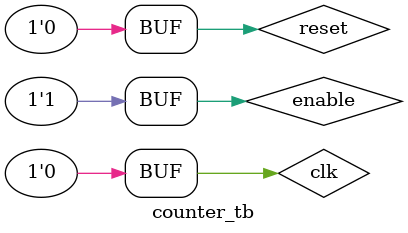
<source format=v>

module counter_tb; 
  reg clk, reset, enable; 
  wire [3:0] count; 
    
  counter U0 (     // instantiate the module
  .clk    (clk), 
  .reset  (reset), 
  .enable (enable), 
  .count  (count) 
  ); 
    
  initial 
  begin 
    // Set up a monitor routine to keep printing out the
    // pins we are interested in...
    // But first do a display so that you know what columns are used
    $display("\t\ttime,\tclk,\treset,\tenable,\tcount"); 
    $monitor("%d,\t%b,\t%b,\t%b,\t%d",$time, clk,reset,enable,count); 
    // Now exercise the pins!!!
    clk = 0; 
    reset = 0; 
    enable = 0; 
    #5 clk = !clk;   // The # says pause for x simulation steps
                     // The command just toggles the clock
    reset = 1;
    #5 clk = !clk;   // Let's just toggle it again for good measure
    reset  = 0;      // Lower the reset line
    enable = 1;      // now start counting!!

    repeat (10) begin
        #5 clk = !clk;   // Let's just toggle it a few more times
       end 

  end 
    
endmodule 


</source>
